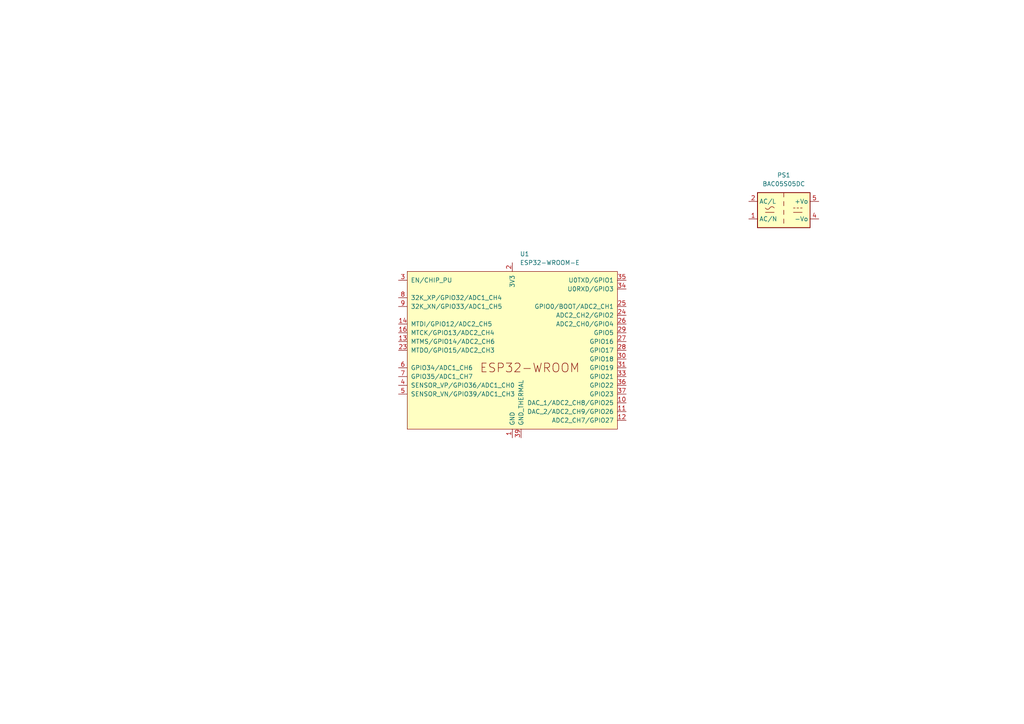
<source format=kicad_sch>
(kicad_sch (version 20230121) (generator eeschema)
  (paper "A4")
  (title_block (title "Automating the care of a plant") (rev "0") (company "Samuel Matamoros"))
  (lib_symbols
    (symbol "Converter_ACDC:BAC05S05DC"
      (property "Reference" "PS" (at 0 6.35 0))
      (property "Value" "BAC05S05DC" (at 0 -6.35 0))
      (symbol "BAC05S05DC_0_1"
        (rectangle (start -7.62 5.08) (end 7.62 -5.08) (stroke (width 0.254)) (fill (type background)))
        (arc (start -5.334 0.635) (mid -4.699 0.2495) (end -4.064 0.635))
        (arc (start -2.794 0.635) (mid -3.429 1.0072) (end -4.064 0.635))
        (polyline (pts (xy -5.334 -0.635) (xy -2.794 -0.635)))
        (polyline (pts (xy 0 -2.54) (xy 0 -3.81)))
        (polyline (pts (xy 0 0) (xy 0 -1.27)))
        (polyline (pts (xy 0 2.54) (xy 0 1.27)))
        (polyline (pts (xy 0 5.08) (xy 0 3.81)))
        (polyline (pts (xy 2.794 -0.635) (xy 5.334 -0.635)))
        (polyline (pts (xy 2.794 0.635) (xy 3.302 0.635)))
        (polyline (pts (xy 3.81 0.635) (xy 4.318 0.635)))
        (polyline (pts (xy 4.826 0.635) (xy 5.334 0.635)))
      )
      (symbol "BAC05S05DC_1_1"
        (pin power_in line (at -10.16 -2.54 0) (length 2.54) (name "AC/N") (number "1"))
        (pin power_in line (at -10.16 2.54 0) (length 2.54) (name "AC/L") (number "2"))
        (pin no_connect line (at 7.62 0 180) (length 2.54) hide (name "NC") (number "3"))
        (pin power_out line (at 10.16 -2.54 180) (length 2.54) (name "-Vo") (number "4"))
        (pin power_out line (at 10.16 2.54 180) (length 2.54) (name "+Vo") (number "5"))
      )
    )
    (symbol "PCM_Espressif:ESP32-WROOM-E" (pin_names (offset 1.016))
      (property "Reference" "U" (at -30.48 27.94 0))
      (property "Value" "ESP32-WROOM-E" (at -30.48 25.4 0))
      (symbol "ESP32-WROOM-E_0_1"
        (rectangle (start -30.48 22.86) (end 30.48 -22.86) (fill (type background)))
      )
      (symbol "ESP32-WROOM-E_1_1"
        (text "ESP32-­WROOM­" (at 5.08 -5.08 0) (effects (font (size 2.54 2.54))))
        (pin power_in line (at 0 -25.4 90) (length 2.54) (name "GND") (number "1"))
        (pin bidirectional line (at 33.02 -15.24 180) (length 2.54) (name "DAC_1/ADC2_CH8/GPIO25") (number "10"))
        (pin bidirectional line (at 33.02 -17.78 180) (length 2.54) (name "DAC_2/ADC2_CH9/GPIO26") (number "11"))
        (pin bidirectional line (at 33.02 -20.32 180) (length 2.54) (name "ADC2_CH7/GPIO27") (number "12"))
        (pin bidirectional line (at -33.02 2.54 0) (length 2.54) (name "MTMS/GPIO14/ADC2_CH6") (number "13"))
        (pin bidirectional line (at -33.02 7.62 0) (length 2.54) (name "MTDI/GPIO12/ADC2_CH5") (number "14"))
        (pin passive line (at 0 -25.4 90) (length 2.54) hide (name "GND") (number "15"))
        (pin bidirectional line (at -33.02 5.08 0) (length 2.54) (name "MTCK/GPIO13/ADC2_CH4") (number "16"))
        (pin power_in line (at 0 25.4 270) (length 2.54) (name "3V3") (number "2"))
        (pin bidirectional line (at -33.02 0 0) (length 2.54) (name "MTDO/GPIO15/ADC2_CH3") (number "23"))
        (pin bidirectional line (at 33.02 10.16 180) (length 2.54) (name "ADC2_CH2/GPIO2") (number "24"))
        (pin bidirectional line (at 33.02 12.7 180) (length 2.54) (name "GPIO0/BOOT/ADC2_CH1") (number "25"))
        (pin bidirectional line (at 33.02 7.62 180) (length 2.54) (name "ADC2_CH0/GPIO4") (number "26"))
        (pin bidirectional line (at 33.02 2.54 180) (length 2.54) (name "GPIO16") (number "27"))
        (pin bidirectional line (at 33.02 0 180) (length 2.54) (name "GPIO17") (number "28"))
        (pin bidirectional line (at 33.02 5.08 180) (length 2.54) (name "GPIO5") (number "29"))
        (pin input line (at -33.02 20.32 0) (length 2.54) (name "EN/CHIP_PU") (number "3"))
        (pin bidirectional line (at 33.02 -2.54 180) (length 2.54) (name "GPIO18") (number "30"))
        (pin bidirectional line (at 33.02 -5.08 180) (length 2.54) (name "GPIO19") (number "31"))
        (pin bidirectional line (at 33.02 -7.62 180) (length 2.54) (name "GPIO21") (number "33"))
        (pin bidirectional line (at 33.02 17.78 180) (length 2.54) (name "U0RXD/GPIO3") (number "34"))
        (pin bidirectional line (at 33.02 20.32 180) (length 2.54) (name "U0TXD/GPIO1") (number "35"))
        (pin bidirectional line (at 33.02 -10.16 180) (length 2.54) (name "GPIO22") (number "36"))
        (pin bidirectional line (at 33.02 -12.7 180) (length 2.54) (name "GPIO23") (number "37"))
        (pin passive line (at 0 -25.4 90) (length 2.54) hide (name "GND") (number "38"))
        (pin power_in line (at 2.54 -25.4 90) (length 2.54) (name "GND_THERMAL") (number "39"))
        (pin input line (at -33.02 -10.16 0) (length 2.54) (name "SENSOR_VP/GPIO36/ADC1_CH0") (number "4"))
        (pin input line (at -33.02 -12.7 0) (length 2.54) (name "SENSOR_VN/GPIO39/ADC1_CH3") (number "5"))
        (pin input line (at -33.02 -5.08 0) (length 2.54) (name "GPIO34/ADC1_CH6") (number "6"))
        (pin input line (at -33.02 -7.62 0) (length 2.54) (name "GPIO35/ADC1_CH7") (number "7"))
        (pin bidirectional line (at -33.02 15.24 0) (length 2.54) (name "32K_XP/GPIO32/ADC1_CH4") (number "8"))
        (pin bidirectional line (at -33.02 12.7 0) (length 2.54) (name "32K_XN/GPIO33/ADC1_CH5") (number "9"))
      )
    )
  )
  (symbol (lib_id "Converter_ACDC:BAC05S05DC") (at 227.33 60.96 0) (unit 1)
    (property "Reference" "PS1" (at 227.33 50.8 0))
    (property "Value" "BAC05S05DC" (at 227.33 53.34 0))
    (property "Footprint" "Converter_ACDC:Converter_ACDC_Murata_BAC05SxxDC_THT" (effects hide))
    (property "Datasheet" "https://www.murata.com/products/productdata/8809982558238/KAC-BAC05.pdf" (effects hide))
  )
  (symbol (lib_id "PCM_Espressif:ESP32-WROOM-E") (at 148.59 101.6 0) (unit 1)
    (property "Reference" "U1" (at 150.7841 73.66 0) (effects (justify left)))
    (property "Value" "ESP32-WROOM-E" (at 150.7841 76.2 0) (effects (justify left)))
    (property "Footprint" "PCM_Espressif:ESP32-WROOM-32E" (effects hide))
    (property "Datasheet" "https://www.espressif.com/sites/default/files/documentation/esp32-wroom-32e_esp32-wroom-32ue_datasheet_en.pdf" (effects hide))
  )
)
</source>
